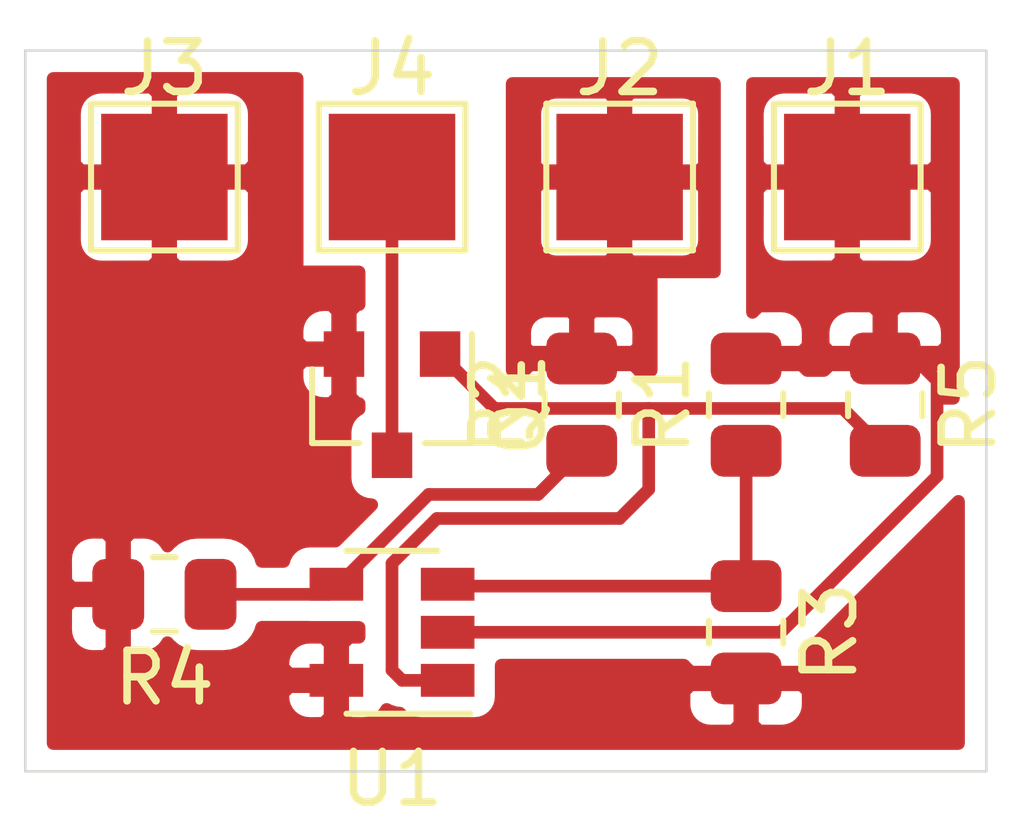
<source format=kicad_pcb>
(kicad_pcb (version 20171130) (host pcbnew 5.1.7)

  (general
    (thickness 1.6)
    (drawings 4)
    (tracks 24)
    (zones 0)
    (modules 11)
    (nets 8)
  )

  (page A)
  (layers
    (0 F.Cu signal)
    (31 B.Cu signal)
    (32 B.Adhes user)
    (33 F.Adhes user)
    (34 B.Paste user)
    (35 F.Paste user)
    (36 B.SilkS user)
    (37 F.SilkS user)
    (38 B.Mask user)
    (39 F.Mask user)
    (40 Dwgs.User user)
    (41 Cmts.User user)
    (42 Eco1.User user)
    (43 Eco2.User user)
    (44 Edge.Cuts user)
    (45 Margin user)
    (46 B.CrtYd user)
    (47 F.CrtYd user)
    (48 B.Fab user)
    (49 F.Fab user)
  )

  (setup
    (last_trace_width 0.25)
    (user_trace_width 0.3)
    (trace_clearance 0.2)
    (zone_clearance 0.4)
    (zone_45_only no)
    (trace_min 0.2)
    (via_size 0.8)
    (via_drill 0.4)
    (via_min_size 0.4)
    (via_min_drill 0.3)
    (uvia_size 0.3)
    (uvia_drill 0.1)
    (uvias_allowed no)
    (uvia_min_size 0.2)
    (uvia_min_drill 0.1)
    (edge_width 0.05)
    (segment_width 0.2)
    (pcb_text_width 0.3)
    (pcb_text_size 1.5 1.5)
    (mod_edge_width 0.12)
    (mod_text_size 1 1)
    (mod_text_width 0.15)
    (pad_size 1.524 1.524)
    (pad_drill 0.762)
    (pad_to_mask_clearance 0)
    (aux_axis_origin 117.5 63.25)
    (visible_elements FFFFFF7F)
    (pcbplotparams
      (layerselection 0x01000_7fffffff)
      (usegerberextensions false)
      (usegerberattributes true)
      (usegerberadvancedattributes true)
      (creategerberjobfile true)
      (excludeedgelayer true)
      (linewidth 0.100000)
      (plotframeref false)
      (viasonmask false)
      (mode 1)
      (useauxorigin true)
      (hpglpennumber 1)
      (hpglpenspeed 20)
      (hpglpendiameter 15.000000)
      (psnegative false)
      (psa4output false)
      (plotreference true)
      (plotvalue true)
      (plotinvisibletext false)
      (padsonsilk false)
      (subtractmaskfromsilk false)
      (outputformat 1)
      (mirror false)
      (drillshape 0)
      (scaleselection 1)
      (outputdirectory "gerber/"))
  )

  (net 0 "")
  (net 1 VCC)
  (net 2 +5V)
  (net 3 GND)
  (net 4 "Net-(J4-Pad1)")
  (net 5 "Net-(Q1-Pad1)")
  (net 6 "Net-(R1-Pad1)")
  (net 7 "Net-(R2-Pad1)")

  (net_class Default "This is the default net class."
    (clearance 0.2)
    (trace_width 0.25)
    (via_dia 0.8)
    (via_drill 0.4)
    (uvia_dia 0.3)
    (uvia_drill 0.1)
    (add_net +5V)
    (add_net GND)
    (add_net "Net-(J4-Pad1)")
    (add_net "Net-(Q1-Pad1)")
    (add_net "Net-(R1-Pad1)")
    (add_net "Net-(R2-Pad1)")
    (add_net VCC)
  )

  (module TestPoint:TestPoint_Pad_2.5x2.5mm (layer F.Cu) (tedit 5A0F774F) (tstamp 5F91782C)
    (at 133.75 65.75)
    (descr "SMD rectangular pad as test Point, square 2.5mm side length")
    (tags "test point SMD pad rectangle square")
    (path /5F971907)
    (attr virtual)
    (fp_text reference J1 (at 0 -2.148) (layer F.SilkS)
      (effects (font (size 1 1) (thickness 0.15)))
    )
    (fp_text value PAD (at 0 2.25) (layer F.Fab)
      (effects (font (size 1 1) (thickness 0.15)))
    )
    (fp_line (start 1.75 1.75) (end -1.75 1.75) (layer F.CrtYd) (width 0.05))
    (fp_line (start 1.75 1.75) (end 1.75 -1.75) (layer F.CrtYd) (width 0.05))
    (fp_line (start -1.75 -1.75) (end -1.75 1.75) (layer F.CrtYd) (width 0.05))
    (fp_line (start -1.75 -1.75) (end 1.75 -1.75) (layer F.CrtYd) (width 0.05))
    (fp_line (start -1.45 1.45) (end -1.45 -1.45) (layer F.SilkS) (width 0.12))
    (fp_line (start 1.45 1.45) (end -1.45 1.45) (layer F.SilkS) (width 0.12))
    (fp_line (start 1.45 -1.45) (end 1.45 1.45) (layer F.SilkS) (width 0.12))
    (fp_line (start -1.45 -1.45) (end 1.45 -1.45) (layer F.SilkS) (width 0.12))
    (fp_text user %R (at 0 -2.15) (layer F.Fab)
      (effects (font (size 1 1) (thickness 0.15)))
    )
    (pad 1 smd rect (at 0 0) (size 2.5 2.5) (layers F.Cu F.Mask)
      (net 1 VCC))
  )

  (module TestPoint:TestPoint_Pad_2.5x2.5mm (layer F.Cu) (tedit 5A0F774F) (tstamp 5F91783A)
    (at 129.25 65.75)
    (descr "SMD rectangular pad as test Point, square 2.5mm side length")
    (tags "test point SMD pad rectangle square")
    (path /5F97609F)
    (attr virtual)
    (fp_text reference J2 (at 0 -2.148) (layer F.SilkS)
      (effects (font (size 1 1) (thickness 0.15)))
    )
    (fp_text value PAD (at 0 2.25) (layer F.Fab)
      (effects (font (size 1 1) (thickness 0.15)))
    )
    (fp_line (start -1.45 -1.45) (end 1.45 -1.45) (layer F.SilkS) (width 0.12))
    (fp_line (start 1.45 -1.45) (end 1.45 1.45) (layer F.SilkS) (width 0.12))
    (fp_line (start 1.45 1.45) (end -1.45 1.45) (layer F.SilkS) (width 0.12))
    (fp_line (start -1.45 1.45) (end -1.45 -1.45) (layer F.SilkS) (width 0.12))
    (fp_line (start -1.75 -1.75) (end 1.75 -1.75) (layer F.CrtYd) (width 0.05))
    (fp_line (start -1.75 -1.75) (end -1.75 1.75) (layer F.CrtYd) (width 0.05))
    (fp_line (start 1.75 1.75) (end 1.75 -1.75) (layer F.CrtYd) (width 0.05))
    (fp_line (start 1.75 1.75) (end -1.75 1.75) (layer F.CrtYd) (width 0.05))
    (fp_text user %R (at 0 -2.15) (layer F.Fab)
      (effects (font (size 1 1) (thickness 0.15)))
    )
    (pad 1 smd rect (at 0 0) (size 2.5 2.5) (layers F.Cu F.Mask)
      (net 2 +5V))
  )

  (module TestPoint:TestPoint_Pad_2.5x2.5mm (layer F.Cu) (tedit 5A0F774F) (tstamp 5F917848)
    (at 120.25 65.75)
    (descr "SMD rectangular pad as test Point, square 2.5mm side length")
    (tags "test point SMD pad rectangle square")
    (path /5F9779F3)
    (attr virtual)
    (fp_text reference J3 (at 0 -2.148) (layer F.SilkS)
      (effects (font (size 1 1) (thickness 0.15)))
    )
    (fp_text value PAD (at 0 2.25) (layer F.Fab)
      (effects (font (size 1 1) (thickness 0.15)))
    )
    (fp_line (start 1.75 1.75) (end -1.75 1.75) (layer F.CrtYd) (width 0.05))
    (fp_line (start 1.75 1.75) (end 1.75 -1.75) (layer F.CrtYd) (width 0.05))
    (fp_line (start -1.75 -1.75) (end -1.75 1.75) (layer F.CrtYd) (width 0.05))
    (fp_line (start -1.75 -1.75) (end 1.75 -1.75) (layer F.CrtYd) (width 0.05))
    (fp_line (start -1.45 1.45) (end -1.45 -1.45) (layer F.SilkS) (width 0.12))
    (fp_line (start 1.45 1.45) (end -1.45 1.45) (layer F.SilkS) (width 0.12))
    (fp_line (start 1.45 -1.45) (end 1.45 1.45) (layer F.SilkS) (width 0.12))
    (fp_line (start -1.45 -1.45) (end 1.45 -1.45) (layer F.SilkS) (width 0.12))
    (fp_text user %R (at 0 -2.15) (layer F.Fab)
      (effects (font (size 1 1) (thickness 0.15)))
    )
    (pad 1 smd rect (at 0 0) (size 2.5 2.5) (layers F.Cu F.Mask)
      (net 3 GND))
  )

  (module TestPoint:TestPoint_Pad_2.5x2.5mm (layer F.Cu) (tedit 5A0F774F) (tstamp 5F917856)
    (at 124.75 65.75)
    (descr "SMD rectangular pad as test Point, square 2.5mm side length")
    (tags "test point SMD pad rectangle square")
    (path /5F96F32D)
    (attr virtual)
    (fp_text reference J4 (at 0 -2.148) (layer F.SilkS)
      (effects (font (size 1 1) (thickness 0.15)))
    )
    (fp_text value PAD (at 0 2.25) (layer F.Fab)
      (effects (font (size 1 1) (thickness 0.15)))
    )
    (fp_line (start -1.45 -1.45) (end 1.45 -1.45) (layer F.SilkS) (width 0.12))
    (fp_line (start 1.45 -1.45) (end 1.45 1.45) (layer F.SilkS) (width 0.12))
    (fp_line (start 1.45 1.45) (end -1.45 1.45) (layer F.SilkS) (width 0.12))
    (fp_line (start -1.45 1.45) (end -1.45 -1.45) (layer F.SilkS) (width 0.12))
    (fp_line (start -1.75 -1.75) (end 1.75 -1.75) (layer F.CrtYd) (width 0.05))
    (fp_line (start -1.75 -1.75) (end -1.75 1.75) (layer F.CrtYd) (width 0.05))
    (fp_line (start 1.75 1.75) (end 1.75 -1.75) (layer F.CrtYd) (width 0.05))
    (fp_line (start 1.75 1.75) (end -1.75 1.75) (layer F.CrtYd) (width 0.05))
    (fp_text user %R (at 0 -2.15) (layer F.Fab)
      (effects (font (size 1 1) (thickness 0.15)))
    )
    (pad 1 smd rect (at 0 0) (size 2.5 2.5) (layers F.Cu F.Mask)
      (net 4 "Net-(J4-Pad1)"))
  )

  (module Package_TO_SOT_SMD:SOT-23 (layer F.Cu) (tedit 5A02FF57) (tstamp 5F91786B)
    (at 124.75 70.25 270)
    (descr "SOT-23, Standard")
    (tags SOT-23)
    (path /5F939DFB)
    (attr smd)
    (fp_text reference Q1 (at 0 -2.5 90) (layer F.SilkS)
      (effects (font (size 1 1) (thickness 0.15)))
    )
    (fp_text value BSS806N (at 0 2.5 90) (layer F.Fab)
      (effects (font (size 1 1) (thickness 0.15)))
    )
    (fp_line (start -0.7 -0.95) (end -0.7 1.5) (layer F.Fab) (width 0.1))
    (fp_line (start -0.15 -1.52) (end 0.7 -1.52) (layer F.Fab) (width 0.1))
    (fp_line (start -0.7 -0.95) (end -0.15 -1.52) (layer F.Fab) (width 0.1))
    (fp_line (start 0.7 -1.52) (end 0.7 1.52) (layer F.Fab) (width 0.1))
    (fp_line (start -0.7 1.52) (end 0.7 1.52) (layer F.Fab) (width 0.1))
    (fp_line (start 0.76 1.58) (end 0.76 0.65) (layer F.SilkS) (width 0.12))
    (fp_line (start 0.76 -1.58) (end 0.76 -0.65) (layer F.SilkS) (width 0.12))
    (fp_line (start -1.7 -1.75) (end 1.7 -1.75) (layer F.CrtYd) (width 0.05))
    (fp_line (start 1.7 -1.75) (end 1.7 1.75) (layer F.CrtYd) (width 0.05))
    (fp_line (start 1.7 1.75) (end -1.7 1.75) (layer F.CrtYd) (width 0.05))
    (fp_line (start -1.7 1.75) (end -1.7 -1.75) (layer F.CrtYd) (width 0.05))
    (fp_line (start 0.76 -1.58) (end -1.4 -1.58) (layer F.SilkS) (width 0.12))
    (fp_line (start 0.76 1.58) (end -0.7 1.58) (layer F.SilkS) (width 0.12))
    (fp_text user %R (at 0 0) (layer F.Fab)
      (effects (font (size 0.5 0.5) (thickness 0.075)))
    )
    (pad 1 smd rect (at -1 -0.95 270) (size 0.9 0.8) (layers F.Cu F.Paste F.Mask)
      (net 5 "Net-(Q1-Pad1)"))
    (pad 2 smd rect (at -1 0.95 270) (size 0.9 0.8) (layers F.Cu F.Paste F.Mask)
      (net 3 GND))
    (pad 3 smd rect (at 1 0 270) (size 0.9 0.8) (layers F.Cu F.Paste F.Mask)
      (net 4 "Net-(J4-Pad1)"))
    (model ${KISYS3DMOD}/Package_TO_SOT_SMD.3dshapes/SOT-23.wrl
      (at (xyz 0 0 0))
      (scale (xyz 1 1 1))
      (rotate (xyz 0 0 0))
    )
  )

  (module Resistor_SMD:R_0805_2012Metric (layer F.Cu) (tedit 5F68FEEE) (tstamp 5F91787C)
    (at 131.75 70.25 90)
    (descr "Resistor SMD 0805 (2012 Metric), square (rectangular) end terminal, IPC_7351 nominal, (Body size source: IPC-SM-782 page 72, https://www.pcb-3d.com/wordpress/wp-content/uploads/ipc-sm-782a_amendment_1_and_2.pdf), generated with kicad-footprint-generator")
    (tags resistor)
    (path /5F93E218)
    (attr smd)
    (fp_text reference R1 (at 0 -1.65 90) (layer F.SilkS)
      (effects (font (size 1 1) (thickness 0.15)))
    )
    (fp_text value 100k (at 0 1.65 90) (layer F.Fab)
      (effects (font (size 1 1) (thickness 0.15)))
    )
    (fp_line (start 1.68 0.95) (end -1.68 0.95) (layer F.CrtYd) (width 0.05))
    (fp_line (start 1.68 -0.95) (end 1.68 0.95) (layer F.CrtYd) (width 0.05))
    (fp_line (start -1.68 -0.95) (end 1.68 -0.95) (layer F.CrtYd) (width 0.05))
    (fp_line (start -1.68 0.95) (end -1.68 -0.95) (layer F.CrtYd) (width 0.05))
    (fp_line (start -0.227064 0.735) (end 0.227064 0.735) (layer F.SilkS) (width 0.12))
    (fp_line (start -0.227064 -0.735) (end 0.227064 -0.735) (layer F.SilkS) (width 0.12))
    (fp_line (start 1 0.625) (end -1 0.625) (layer F.Fab) (width 0.1))
    (fp_line (start 1 -0.625) (end 1 0.625) (layer F.Fab) (width 0.1))
    (fp_line (start -1 -0.625) (end 1 -0.625) (layer F.Fab) (width 0.1))
    (fp_line (start -1 0.625) (end -1 -0.625) (layer F.Fab) (width 0.1))
    (fp_text user %R (at 0 0 90) (layer F.Fab)
      (effects (font (size 0.5 0.5) (thickness 0.08)))
    )
    (pad 2 smd roundrect (at 0.9125 0 90) (size 1.025 1.4) (layers F.Cu F.Paste F.Mask) (roundrect_rratio 0.2439004878048781)
      (net 1 VCC))
    (pad 1 smd roundrect (at -0.9125 0 90) (size 1.025 1.4) (layers F.Cu F.Paste F.Mask) (roundrect_rratio 0.2439004878048781)
      (net 6 "Net-(R1-Pad1)"))
    (model ${KISYS3DMOD}/Resistor_SMD.3dshapes/R_0805_2012Metric.wrl
      (at (xyz 0 0 0))
      (scale (xyz 1 1 1))
      (rotate (xyz 0 0 0))
    )
  )

  (module Resistor_SMD:R_0805_2012Metric (layer F.Cu) (tedit 5F68FEEE) (tstamp 5F917F5B)
    (at 128.5 70.25 90)
    (descr "Resistor SMD 0805 (2012 Metric), square (rectangular) end terminal, IPC_7351 nominal, (Body size source: IPC-SM-782 page 72, https://www.pcb-3d.com/wordpress/wp-content/uploads/ipc-sm-782a_amendment_1_and_2.pdf), generated with kicad-footprint-generator")
    (tags resistor)
    (path /5F93EE18)
    (attr smd)
    (fp_text reference R2 (at 0 -1.65 90) (layer F.SilkS)
      (effects (font (size 1 1) (thickness 0.15)))
    )
    (fp_text value 100k (at 0 1.65 90) (layer F.Fab)
      (effects (font (size 1 1) (thickness 0.15)))
    )
    (fp_line (start 1.68 0.95) (end -1.68 0.95) (layer F.CrtYd) (width 0.05))
    (fp_line (start 1.68 -0.95) (end 1.68 0.95) (layer F.CrtYd) (width 0.05))
    (fp_line (start -1.68 -0.95) (end 1.68 -0.95) (layer F.CrtYd) (width 0.05))
    (fp_line (start -1.68 0.95) (end -1.68 -0.95) (layer F.CrtYd) (width 0.05))
    (fp_line (start -0.227064 0.735) (end 0.227064 0.735) (layer F.SilkS) (width 0.12))
    (fp_line (start -0.227064 -0.735) (end 0.227064 -0.735) (layer F.SilkS) (width 0.12))
    (fp_line (start 1 0.625) (end -1 0.625) (layer F.Fab) (width 0.1))
    (fp_line (start 1 -0.625) (end 1 0.625) (layer F.Fab) (width 0.1))
    (fp_line (start -1 -0.625) (end 1 -0.625) (layer F.Fab) (width 0.1))
    (fp_line (start -1 0.625) (end -1 -0.625) (layer F.Fab) (width 0.1))
    (fp_text user %R (at 0 0 90) (layer F.Fab)
      (effects (font (size 0.5 0.5) (thickness 0.08)))
    )
    (pad 2 smd roundrect (at 0.9125 0 90) (size 1.025 1.4) (layers F.Cu F.Paste F.Mask) (roundrect_rratio 0.2439004878048781)
      (net 2 +5V))
    (pad 1 smd roundrect (at -0.9125 0 90) (size 1.025 1.4) (layers F.Cu F.Paste F.Mask) (roundrect_rratio 0.2439004878048781)
      (net 7 "Net-(R2-Pad1)"))
    (model ${KISYS3DMOD}/Resistor_SMD.3dshapes/R_0805_2012Metric.wrl
      (at (xyz 0 0 0))
      (scale (xyz 1 1 1))
      (rotate (xyz 0 0 0))
    )
  )

  (module Resistor_SMD:R_0805_2012Metric (layer F.Cu) (tedit 5F68FEEE) (tstamp 5F91789E)
    (at 131.75 74.75 270)
    (descr "Resistor SMD 0805 (2012 Metric), square (rectangular) end terminal, IPC_7351 nominal, (Body size source: IPC-SM-782 page 72, https://www.pcb-3d.com/wordpress/wp-content/uploads/ipc-sm-782a_amendment_1_and_2.pdf), generated with kicad-footprint-generator")
    (tags resistor)
    (path /5F93EA12)
    (attr smd)
    (fp_text reference R3 (at 0 -1.65 90) (layer F.SilkS)
      (effects (font (size 1 1) (thickness 0.15)))
    )
    (fp_text value 100k (at 0 1.65 90) (layer F.Fab)
      (effects (font (size 1 1) (thickness 0.15)))
    )
    (fp_line (start -1 0.625) (end -1 -0.625) (layer F.Fab) (width 0.1))
    (fp_line (start -1 -0.625) (end 1 -0.625) (layer F.Fab) (width 0.1))
    (fp_line (start 1 -0.625) (end 1 0.625) (layer F.Fab) (width 0.1))
    (fp_line (start 1 0.625) (end -1 0.625) (layer F.Fab) (width 0.1))
    (fp_line (start -0.227064 -0.735) (end 0.227064 -0.735) (layer F.SilkS) (width 0.12))
    (fp_line (start -0.227064 0.735) (end 0.227064 0.735) (layer F.SilkS) (width 0.12))
    (fp_line (start -1.68 0.95) (end -1.68 -0.95) (layer F.CrtYd) (width 0.05))
    (fp_line (start -1.68 -0.95) (end 1.68 -0.95) (layer F.CrtYd) (width 0.05))
    (fp_line (start 1.68 -0.95) (end 1.68 0.95) (layer F.CrtYd) (width 0.05))
    (fp_line (start 1.68 0.95) (end -1.68 0.95) (layer F.CrtYd) (width 0.05))
    (fp_text user %R (at 0 0 90) (layer F.Fab)
      (effects (font (size 0.5 0.5) (thickness 0.08)))
    )
    (pad 1 smd roundrect (at -0.9125 0 270) (size 1.025 1.4) (layers F.Cu F.Paste F.Mask) (roundrect_rratio 0.2439004878048781)
      (net 6 "Net-(R1-Pad1)"))
    (pad 2 smd roundrect (at 0.9125 0 270) (size 1.025 1.4) (layers F.Cu F.Paste F.Mask) (roundrect_rratio 0.2439004878048781)
      (net 3 GND))
    (model ${KISYS3DMOD}/Resistor_SMD.3dshapes/R_0805_2012Metric.wrl
      (at (xyz 0 0 0))
      (scale (xyz 1 1 1))
      (rotate (xyz 0 0 0))
    )
  )

  (module Resistor_SMD:R_0805_2012Metric (layer F.Cu) (tedit 5F68FEEE) (tstamp 5F9178AF)
    (at 120.25 74 180)
    (descr "Resistor SMD 0805 (2012 Metric), square (rectangular) end terminal, IPC_7351 nominal, (Body size source: IPC-SM-782 page 72, https://www.pcb-3d.com/wordpress/wp-content/uploads/ipc-sm-782a_amendment_1_and_2.pdf), generated with kicad-footprint-generator")
    (tags resistor)
    (path /5F93F0BE)
    (attr smd)
    (fp_text reference R4 (at 0 -1.65) (layer F.SilkS)
      (effects (font (size 1 1) (thickness 0.15)))
    )
    (fp_text value 100k (at 0 1.65) (layer F.Fab)
      (effects (font (size 1 1) (thickness 0.15)))
    )
    (fp_line (start -1 0.625) (end -1 -0.625) (layer F.Fab) (width 0.1))
    (fp_line (start -1 -0.625) (end 1 -0.625) (layer F.Fab) (width 0.1))
    (fp_line (start 1 -0.625) (end 1 0.625) (layer F.Fab) (width 0.1))
    (fp_line (start 1 0.625) (end -1 0.625) (layer F.Fab) (width 0.1))
    (fp_line (start -0.227064 -0.735) (end 0.227064 -0.735) (layer F.SilkS) (width 0.12))
    (fp_line (start -0.227064 0.735) (end 0.227064 0.735) (layer F.SilkS) (width 0.12))
    (fp_line (start -1.68 0.95) (end -1.68 -0.95) (layer F.CrtYd) (width 0.05))
    (fp_line (start -1.68 -0.95) (end 1.68 -0.95) (layer F.CrtYd) (width 0.05))
    (fp_line (start 1.68 -0.95) (end 1.68 0.95) (layer F.CrtYd) (width 0.05))
    (fp_line (start 1.68 0.95) (end -1.68 0.95) (layer F.CrtYd) (width 0.05))
    (fp_text user %R (at 0 0) (layer F.Fab)
      (effects (font (size 0.5 0.5) (thickness 0.08)))
    )
    (pad 1 smd roundrect (at -0.9125 0 180) (size 1.025 1.4) (layers F.Cu F.Paste F.Mask) (roundrect_rratio 0.2439004878048781)
      (net 7 "Net-(R2-Pad1)"))
    (pad 2 smd roundrect (at 0.9125 0 180) (size 1.025 1.4) (layers F.Cu F.Paste F.Mask) (roundrect_rratio 0.2439004878048781)
      (net 3 GND))
    (model ${KISYS3DMOD}/Resistor_SMD.3dshapes/R_0805_2012Metric.wrl
      (at (xyz 0 0 0))
      (scale (xyz 1 1 1))
      (rotate (xyz 0 0 0))
    )
  )

  (module Resistor_SMD:R_0805_2012Metric (layer F.Cu) (tedit 5F68FEEE) (tstamp 5F918B89)
    (at 134.5 70.25 270)
    (descr "Resistor SMD 0805 (2012 Metric), square (rectangular) end terminal, IPC_7351 nominal, (Body size source: IPC-SM-782 page 72, https://www.pcb-3d.com/wordpress/wp-content/uploads/ipc-sm-782a_amendment_1_and_2.pdf), generated with kicad-footprint-generator")
    (tags resistor)
    (path /5F93B465)
    (attr smd)
    (fp_text reference R5 (at 0 -1.65 90) (layer F.SilkS)
      (effects (font (size 1 1) (thickness 0.15)))
    )
    (fp_text value 100k (at 0 1.65 90) (layer F.Fab)
      (effects (font (size 1 1) (thickness 0.15)))
    )
    (fp_line (start -1 0.625) (end -1 -0.625) (layer F.Fab) (width 0.1))
    (fp_line (start -1 -0.625) (end 1 -0.625) (layer F.Fab) (width 0.1))
    (fp_line (start 1 -0.625) (end 1 0.625) (layer F.Fab) (width 0.1))
    (fp_line (start 1 0.625) (end -1 0.625) (layer F.Fab) (width 0.1))
    (fp_line (start -0.227064 -0.735) (end 0.227064 -0.735) (layer F.SilkS) (width 0.12))
    (fp_line (start -0.227064 0.735) (end 0.227064 0.735) (layer F.SilkS) (width 0.12))
    (fp_line (start -1.68 0.95) (end -1.68 -0.95) (layer F.CrtYd) (width 0.05))
    (fp_line (start -1.68 -0.95) (end 1.68 -0.95) (layer F.CrtYd) (width 0.05))
    (fp_line (start 1.68 -0.95) (end 1.68 0.95) (layer F.CrtYd) (width 0.05))
    (fp_line (start 1.68 0.95) (end -1.68 0.95) (layer F.CrtYd) (width 0.05))
    (fp_text user %R (at 0 0 90) (layer F.Fab)
      (effects (font (size 0.5 0.5) (thickness 0.08)))
    )
    (pad 1 smd roundrect (at -0.9125 0 270) (size 1.025 1.4) (layers F.Cu F.Paste F.Mask) (roundrect_rratio 0.2439004878048781)
      (net 1 VCC))
    (pad 2 smd roundrect (at 0.9125 0 270) (size 1.025 1.4) (layers F.Cu F.Paste F.Mask) (roundrect_rratio 0.2439004878048781)
      (net 5 "Net-(Q1-Pad1)"))
    (model ${KISYS3DMOD}/Resistor_SMD.3dshapes/R_0805_2012Metric.wrl
      (at (xyz 0 0 0))
      (scale (xyz 1 1 1))
      (rotate (xyz 0 0 0))
    )
  )

  (module Package_TO_SOT_SMD:SOT-23-5 (layer F.Cu) (tedit 5A02FF57) (tstamp 5F918443)
    (at 124.75 74.75 180)
    (descr "5-pin SOT23 package")
    (tags SOT-23-5)
    (path /5F9376B7)
    (attr smd)
    (fp_text reference U1 (at 0 -2.9) (layer F.SilkS)
      (effects (font (size 1 1) (thickness 0.15)))
    )
    (fp_text value MIC7221 (at 0 2.9) (layer F.Fab)
      (effects (font (size 1 1) (thickness 0.15)))
    )
    (fp_line (start -0.9 1.61) (end 0.9 1.61) (layer F.SilkS) (width 0.12))
    (fp_line (start 0.9 -1.61) (end -1.55 -1.61) (layer F.SilkS) (width 0.12))
    (fp_line (start -1.9 -1.8) (end 1.9 -1.8) (layer F.CrtYd) (width 0.05))
    (fp_line (start 1.9 -1.8) (end 1.9 1.8) (layer F.CrtYd) (width 0.05))
    (fp_line (start 1.9 1.8) (end -1.9 1.8) (layer F.CrtYd) (width 0.05))
    (fp_line (start -1.9 1.8) (end -1.9 -1.8) (layer F.CrtYd) (width 0.05))
    (fp_line (start -0.9 -0.9) (end -0.25 -1.55) (layer F.Fab) (width 0.1))
    (fp_line (start 0.9 -1.55) (end -0.25 -1.55) (layer F.Fab) (width 0.1))
    (fp_line (start -0.9 -0.9) (end -0.9 1.55) (layer F.Fab) (width 0.1))
    (fp_line (start 0.9 1.55) (end -0.9 1.55) (layer F.Fab) (width 0.1))
    (fp_line (start 0.9 -1.55) (end 0.9 1.55) (layer F.Fab) (width 0.1))
    (fp_text user %R (at 0 0 90) (layer F.Fab)
      (effects (font (size 0.5 0.5) (thickness 0.075)))
    )
    (pad 1 smd rect (at -1.1 -0.95 180) (size 1.06 0.65) (layers F.Cu F.Paste F.Mask)
      (net 5 "Net-(Q1-Pad1)"))
    (pad 2 smd rect (at -1.1 0 180) (size 1.06 0.65) (layers F.Cu F.Paste F.Mask)
      (net 1 VCC))
    (pad 3 smd rect (at -1.1 0.95 180) (size 1.06 0.65) (layers F.Cu F.Paste F.Mask)
      (net 6 "Net-(R1-Pad1)"))
    (pad 4 smd rect (at 1.1 0.95 180) (size 1.06 0.65) (layers F.Cu F.Paste F.Mask)
      (net 7 "Net-(R2-Pad1)"))
    (pad 5 smd rect (at 1.1 -0.95 180) (size 1.06 0.65) (layers F.Cu F.Paste F.Mask)
      (net 3 GND))
    (model ${KISYS3DMOD}/Package_TO_SOT_SMD.3dshapes/SOT-23-5.wrl
      (at (xyz 0 0 0))
      (scale (xyz 1 1 1))
      (rotate (xyz 0 0 0))
    )
  )

  (gr_line (start 117.5 77.5) (end 117.5 63.25) (layer Edge.Cuts) (width 0.05) (tstamp 5F918BF6))
  (gr_line (start 136.5 77.5) (end 117.5 77.5) (layer Edge.Cuts) (width 0.05))
  (gr_line (start 136.5 63.25) (end 136.5 77.5) (layer Edge.Cuts) (width 0.05))
  (gr_line (start 117.5 63.25) (end 136.5 63.25) (layer Edge.Cuts) (width 0.05))

  (segment (start 135.52501 71.66318) (end 135.52501 69.77501) (width 0.25) (layer F.Cu) (net 1))
  (segment (start 132.43819 74.75) (end 135.52501 71.66318) (width 0.25) (layer F.Cu) (net 1))
  (segment (start 125.85 74.75) (end 132.43819 74.75) (width 0.25) (layer F.Cu) (net 1))
  (segment (start 135.52501 69.77501) (end 135 69.25) (width 0.25) (layer F.Cu) (net 1))
  (segment (start 135 69.25) (end 134.5 69.25) (width 0.25) (layer F.Cu) (net 1))
  (segment (start 124.75 71.25) (end 124.75 66) (width 0.25) (layer F.Cu) (net 4))
  (segment (start 125.7 69.25) (end 126.77499 70.32499) (width 0.25) (layer F.Cu) (net 5))
  (segment (start 125.85 75.7) (end 124.95 75.7) (width 0.25) (layer F.Cu) (net 5))
  (segment (start 124.95 75.7) (end 124.75 75.5) (width 0.25) (layer F.Cu) (net 5))
  (segment (start 124.75 75.5) (end 124.75 73.38641) (width 0.25) (layer F.Cu) (net 5))
  (segment (start 124.75 73.38641) (end 125.63641 72.5) (width 0.25) (layer F.Cu) (net 5))
  (segment (start 125.63641 72.5) (end 129.25 72.5) (width 0.25) (layer F.Cu) (net 5))
  (segment (start 129.25 72.5) (end 129.82499 71.92501) (width 0.25) (layer F.Cu) (net 5))
  (segment (start 129.82499 71.92501) (end 129.82499 70.32499) (width 0.25) (layer F.Cu) (net 5))
  (segment (start 126.77499 70.32499) (end 129.82499 70.32499) (width 0.25) (layer F.Cu) (net 5))
  (segment (start 133.66249 70.32499) (end 129.82499 70.32499) (width 0.25) (layer F.Cu) (net 5))
  (segment (start 134.5 71.1625) (end 133.66249 70.32499) (width 0.25) (layer F.Cu) (net 5))
  (segment (start 131.75 73.8375) (end 126.0875 73.8375) (width 0.25) (layer F.Cu) (net 6))
  (segment (start 131.75 73.8375) (end 131.75 71) (width 0.25) (layer F.Cu) (net 6))
  (segment (start 121.1625 74) (end 123.5 74) (width 0.25) (layer F.Cu) (net 7))
  (segment (start 123.5 74) (end 123.75 73.75) (width 0.25) (layer F.Cu) (net 7))
  (segment (start 127.637499 72.025001) (end 125.474999 72.025001) (width 0.25) (layer F.Cu) (net 7))
  (segment (start 128.5 71.1625) (end 127.637499 72.025001) (width 0.25) (layer F.Cu) (net 7))
  (segment (start 125.474999 72.025001) (end 123.75 73.75) (width 0.25) (layer F.Cu) (net 7))

  (zone (net 3) (net_name GND) (layer F.Cu) (tstamp 5F921889) (hatch edge 0.508)
    (connect_pads (clearance 0.4))
    (min_thickness 0.254)
    (fill yes (arc_segments 32) (thermal_gap 0.4) (thermal_bridge_width 0.5))
    (polygon
      (pts
        (xy 137 78) (xy 117 78) (xy 117 62.5) (xy 137 62.5)
      )
    )
    (filled_polygon
      (pts
        (xy 122.873 67.5) (xy 122.87544 67.524776) (xy 122.882667 67.548601) (xy 122.894403 67.570557) (xy 122.910197 67.589803)
        (xy 122.929443 67.605597) (xy 122.951399 67.617333) (xy 122.975224 67.62456) (xy 123 67.627) (xy 124.098001 67.627)
        (xy 124.098001 68.272241) (xy 124.05475 68.273) (xy 123.923 68.40475) (xy 123.923 69.127) (xy 123.943 69.127)
        (xy 123.943 69.373) (xy 123.923 69.373) (xy 123.923 70.09525) (xy 124.05475 70.227) (xy 124.098 70.227759)
        (xy 124.098 70.337139) (xy 124.055798 70.359696) (xy 123.975552 70.425552) (xy 123.909696 70.505798) (xy 123.860761 70.59735)
        (xy 123.830626 70.69669) (xy 123.820451 70.8) (xy 123.820451 71.7) (xy 123.830626 71.80331) (xy 123.860761 71.90265)
        (xy 123.909696 71.994202) (xy 123.975552 72.074448) (xy 124.055798 72.140304) (xy 124.14735 72.189239) (xy 124.24669 72.219374)
        (xy 124.348529 72.229404) (xy 123.632483 72.945451) (xy 123.12 72.945451) (xy 123.01669 72.955626) (xy 122.91735 72.985761)
        (xy 122.825798 73.034696) (xy 122.745552 73.100552) (xy 122.679696 73.180798) (xy 122.630761 73.27235) (xy 122.607812 73.348)
        (xy 122.174428 73.348) (xy 122.14521 73.251678) (xy 122.073172 73.116905) (xy 121.976225 72.998775) (xy 121.858095 72.901828)
        (xy 121.723322 72.82979) (xy 121.577084 72.78543) (xy 121.425002 72.770451) (xy 120.899998 72.770451) (xy 120.747916 72.78543)
        (xy 120.601678 72.82979) (xy 120.466905 72.901828) (xy 120.348775 72.998775) (xy 120.311093 73.04469) (xy 120.290305 73.005798)
        (xy 120.224448 72.925552) (xy 120.144202 72.859695) (xy 120.05265 72.81076) (xy 119.95331 72.780625) (xy 119.85 72.77045)
        (xy 119.59225 72.773) (xy 119.4605 72.90475) (xy 119.4605 73.877) (xy 119.4805 73.877) (xy 119.4805 74.123)
        (xy 119.4605 74.123) (xy 119.4605 75.09525) (xy 119.59225 75.227) (xy 119.85 75.22955) (xy 119.95331 75.219375)
        (xy 120.05265 75.18924) (xy 120.144202 75.140305) (xy 120.224448 75.074448) (xy 120.290305 74.994202) (xy 120.311093 74.95531)
        (xy 120.348775 75.001225) (xy 120.466905 75.098172) (xy 120.601678 75.17021) (xy 120.747916 75.21457) (xy 120.899998 75.229549)
        (xy 121.425002 75.229549) (xy 121.577084 75.21457) (xy 121.723322 75.17021) (xy 121.858095 75.098172) (xy 121.976225 75.001225)
        (xy 122.073172 74.883095) (xy 122.14521 74.748322) (xy 122.174428 74.652) (xy 123.094119 74.652) (xy 123.12 74.654549)
        (xy 123.493858 74.654549) (xy 123.5 74.655154) (xy 123.506142 74.654549) (xy 124.098 74.654549) (xy 124.098 74.84621)
        (xy 123.90475 74.848) (xy 123.773 74.97975) (xy 123.773 75.577) (xy 123.793 75.577) (xy 123.793 75.823)
        (xy 123.773 75.823) (xy 123.773 76.42025) (xy 123.90475 76.552) (xy 124.18 76.55455) (xy 124.28331 76.544375)
        (xy 124.38265 76.51424) (xy 124.474202 76.465305) (xy 124.554448 76.399448) (xy 124.620305 76.319202) (xy 124.643641 76.275542)
        (xy 124.699283 76.305283) (xy 124.781218 76.330138) (xy 124.822185 76.342565) (xy 124.905613 76.350782) (xy 124.945552 76.399448)
        (xy 125.025798 76.465304) (xy 125.11735 76.514239) (xy 125.21669 76.544374) (xy 125.32 76.554549) (xy 126.38 76.554549)
        (xy 126.48331 76.544374) (xy 126.58265 76.514239) (xy 126.674202 76.465304) (xy 126.754448 76.399448) (xy 126.820304 76.319202)
        (xy 126.869239 76.22765) (xy 126.88521 76.175) (xy 130.52045 76.175) (xy 130.530625 76.27831) (xy 130.56076 76.37765)
        (xy 130.609695 76.469202) (xy 130.675552 76.549448) (xy 130.755798 76.615305) (xy 130.84735 76.66424) (xy 130.94669 76.694375)
        (xy 131.05 76.70455) (xy 131.49525 76.702) (xy 131.627 76.57025) (xy 131.627 75.7855) (xy 131.873 75.7855)
        (xy 131.873 76.57025) (xy 132.00475 76.702) (xy 132.45 76.70455) (xy 132.55331 76.694375) (xy 132.65265 76.66424)
        (xy 132.744202 76.615305) (xy 132.824448 76.549448) (xy 132.890305 76.469202) (xy 132.93924 76.37765) (xy 132.969375 76.27831)
        (xy 132.97955 76.175) (xy 132.977 75.91725) (xy 132.84525 75.7855) (xy 131.873 75.7855) (xy 131.627 75.7855)
        (xy 130.65475 75.7855) (xy 130.523 75.91725) (xy 130.52045 76.175) (xy 126.88521 76.175) (xy 126.899374 76.12831)
        (xy 126.909549 76.025) (xy 126.909549 75.402) (xy 130.522943 75.402) (xy 130.523 75.40775) (xy 130.65475 75.5395)
        (xy 131.627 75.5395) (xy 131.627 75.5195) (xy 131.873 75.5195) (xy 131.873 75.5395) (xy 132.84525 75.5395)
        (xy 132.977 75.40775) (xy 132.97955 75.15) (xy 132.97782 75.132436) (xy 135.948001 72.162256) (xy 135.948001 76.948)
        (xy 118.052 76.948) (xy 118.052 76.025) (xy 122.59045 76.025) (xy 122.600625 76.12831) (xy 122.63076 76.22765)
        (xy 122.679695 76.319202) (xy 122.745552 76.399448) (xy 122.825798 76.465305) (xy 122.91735 76.51424) (xy 123.01669 76.544375)
        (xy 123.12 76.55455) (xy 123.39525 76.552) (xy 123.527 76.42025) (xy 123.527 75.823) (xy 122.72475 75.823)
        (xy 122.593 75.95475) (xy 122.59045 76.025) (xy 118.052 76.025) (xy 118.052 75.375) (xy 122.59045 75.375)
        (xy 122.593 75.44525) (xy 122.72475 75.577) (xy 123.527 75.577) (xy 123.527 74.97975) (xy 123.39525 74.848)
        (xy 123.12 74.84545) (xy 123.01669 74.855625) (xy 122.91735 74.88576) (xy 122.825798 74.934695) (xy 122.745552 75.000552)
        (xy 122.679695 75.080798) (xy 122.63076 75.17235) (xy 122.600625 75.27169) (xy 122.59045 75.375) (xy 118.052 75.375)
        (xy 118.052 74.7) (xy 118.29545 74.7) (xy 118.305625 74.80331) (xy 118.33576 74.90265) (xy 118.384695 74.994202)
        (xy 118.450552 75.074448) (xy 118.530798 75.140305) (xy 118.62235 75.18924) (xy 118.72169 75.219375) (xy 118.825 75.22955)
        (xy 119.08275 75.227) (xy 119.2145 75.09525) (xy 119.2145 74.123) (xy 118.42975 74.123) (xy 118.298 74.25475)
        (xy 118.29545 74.7) (xy 118.052 74.7) (xy 118.052 73.3) (xy 118.29545 73.3) (xy 118.298 73.74525)
        (xy 118.42975 73.877) (xy 119.2145 73.877) (xy 119.2145 72.90475) (xy 119.08275 72.773) (xy 118.825 72.77045)
        (xy 118.72169 72.780625) (xy 118.62235 72.81076) (xy 118.530798 72.859695) (xy 118.450552 72.925552) (xy 118.384695 73.005798)
        (xy 118.33576 73.09735) (xy 118.305625 73.19669) (xy 118.29545 73.3) (xy 118.052 73.3) (xy 118.052 69.7)
        (xy 122.87045 69.7) (xy 122.880625 69.80331) (xy 122.91076 69.90265) (xy 122.959695 69.994202) (xy 123.025552 70.074448)
        (xy 123.105798 70.140305) (xy 123.19735 70.18924) (xy 123.29669 70.219375) (xy 123.4 70.22955) (xy 123.54525 70.227)
        (xy 123.677 70.09525) (xy 123.677 69.373) (xy 123.00475 69.373) (xy 122.873 69.50475) (xy 122.87045 69.7)
        (xy 118.052 69.7) (xy 118.052 68.8) (xy 122.87045 68.8) (xy 122.873 68.99525) (xy 123.00475 69.127)
        (xy 123.677 69.127) (xy 123.677 68.40475) (xy 123.54525 68.273) (xy 123.4 68.27045) (xy 123.29669 68.280625)
        (xy 123.19735 68.31076) (xy 123.105798 68.359695) (xy 123.025552 68.425552) (xy 122.959695 68.505798) (xy 122.91076 68.59735)
        (xy 122.880625 68.69669) (xy 122.87045 68.8) (xy 118.052 68.8) (xy 118.052 67) (xy 118.47045 67)
        (xy 118.480625 67.10331) (xy 118.51076 67.20265) (xy 118.559695 67.294202) (xy 118.625552 67.374448) (xy 118.705798 67.440305)
        (xy 118.79735 67.48924) (xy 118.89669 67.519375) (xy 119 67.52955) (xy 119.99525 67.527) (xy 120.127 67.39525)
        (xy 120.127 65.873) (xy 120.373 65.873) (xy 120.373 67.39525) (xy 120.50475 67.527) (xy 121.5 67.52955)
        (xy 121.60331 67.519375) (xy 121.70265 67.48924) (xy 121.794202 67.440305) (xy 121.874448 67.374448) (xy 121.940305 67.294202)
        (xy 121.98924 67.20265) (xy 122.019375 67.10331) (xy 122.02955 67) (xy 122.027 66.00475) (xy 121.89525 65.873)
        (xy 120.373 65.873) (xy 120.127 65.873) (xy 118.60475 65.873) (xy 118.473 66.00475) (xy 118.47045 67)
        (xy 118.052 67) (xy 118.052 64.5) (xy 118.47045 64.5) (xy 118.473 65.49525) (xy 118.60475 65.627)
        (xy 120.127 65.627) (xy 120.127 64.10475) (xy 120.373 64.10475) (xy 120.373 65.627) (xy 121.89525 65.627)
        (xy 122.027 65.49525) (xy 122.02955 64.5) (xy 122.019375 64.39669) (xy 121.98924 64.29735) (xy 121.940305 64.205798)
        (xy 121.874448 64.125552) (xy 121.794202 64.059695) (xy 121.70265 64.01076) (xy 121.60331 63.980625) (xy 121.5 63.97045)
        (xy 120.50475 63.973) (xy 120.373 64.10475) (xy 120.127 64.10475) (xy 119.99525 63.973) (xy 119 63.97045)
        (xy 118.89669 63.980625) (xy 118.79735 64.01076) (xy 118.705798 64.059695) (xy 118.625552 64.125552) (xy 118.559695 64.205798)
        (xy 118.51076 64.29735) (xy 118.480625 64.39669) (xy 118.47045 64.5) (xy 118.052 64.5) (xy 118.052 63.802)
        (xy 122.873 63.802)
      )
    )
  )
  (zone (net 1) (net_name VCC) (layer F.Cu) (tstamp 5F921886) (hatch edge 0.508)
    (priority 1)
    (connect_pads (clearance 0.5))
    (min_thickness 0.254)
    (fill yes (arc_segments 32) (thermal_gap 0.4) (thermal_bridge_width 0.5))
    (polygon
      (pts
        (xy 137.25 70.25) (xy 130.75 70.25) (xy 130.75 68.5) (xy 131.75 68.5) (xy 131.75 62.25)
        (xy 137.25 62.25)
      )
    )
    (filled_polygon
      (pts
        (xy 135.848 70.123) (xy 135.651638 70.123) (xy 135.68924 70.05265) (xy 135.719375 69.95331) (xy 135.72955 69.85)
        (xy 135.727 69.59225) (xy 135.59525 69.4605) (xy 134.623 69.4605) (xy 134.623 69.4805) (xy 134.377 69.4805)
        (xy 134.377 69.4605) (xy 133.40475 69.4605) (xy 133.29226 69.57299) (xy 132.95774 69.57299) (xy 132.84525 69.4605)
        (xy 131.873 69.4605) (xy 131.873 69.4805) (xy 131.627 69.4805) (xy 131.627 69.4605) (xy 131.607 69.4605)
        (xy 131.607 69.2145) (xy 131.627 69.2145) (xy 131.627 69.1945) (xy 131.873 69.1945) (xy 131.873 69.2145)
        (xy 132.84525 69.2145) (xy 132.977 69.08275) (xy 132.97955 68.825) (xy 133.27045 68.825) (xy 133.273 69.08275)
        (xy 133.40475 69.2145) (xy 134.377 69.2145) (xy 134.377 68.42975) (xy 134.623 68.42975) (xy 134.623 69.2145)
        (xy 135.59525 69.2145) (xy 135.727 69.08275) (xy 135.72955 68.825) (xy 135.719375 68.72169) (xy 135.68924 68.62235)
        (xy 135.640305 68.530798) (xy 135.574448 68.450552) (xy 135.494202 68.384695) (xy 135.40265 68.33576) (xy 135.30331 68.305625)
        (xy 135.2 68.29545) (xy 134.75475 68.298) (xy 134.623 68.42975) (xy 134.377 68.42975) (xy 134.24525 68.298)
        (xy 133.8 68.29545) (xy 133.69669 68.305625) (xy 133.59735 68.33576) (xy 133.505798 68.384695) (xy 133.425552 68.450552)
        (xy 133.359695 68.530798) (xy 133.31076 68.62235) (xy 133.280625 68.72169) (xy 133.27045 68.825) (xy 132.97955 68.825)
        (xy 132.969375 68.72169) (xy 132.93924 68.62235) (xy 132.890305 68.530798) (xy 132.824448 68.450552) (xy 132.744202 68.384695)
        (xy 132.65265 68.33576) (xy 132.55331 68.305625) (xy 132.45 68.29545) (xy 132.00475 68.298) (xy 131.877 68.42575)
        (xy 131.877 67) (xy 131.97045 67) (xy 131.980625 67.10331) (xy 132.01076 67.20265) (xy 132.059695 67.294202)
        (xy 132.125552 67.374448) (xy 132.205798 67.440305) (xy 132.29735 67.48924) (xy 132.39669 67.519375) (xy 132.5 67.52955)
        (xy 133.49525 67.527) (xy 133.627 67.39525) (xy 133.627 65.873) (xy 133.873 65.873) (xy 133.873 67.39525)
        (xy 134.00475 67.527) (xy 135 67.52955) (xy 135.10331 67.519375) (xy 135.20265 67.48924) (xy 135.294202 67.440305)
        (xy 135.374448 67.374448) (xy 135.440305 67.294202) (xy 135.48924 67.20265) (xy 135.519375 67.10331) (xy 135.52955 67)
        (xy 135.527 66.00475) (xy 135.39525 65.873) (xy 133.873 65.873) (xy 133.627 65.873) (xy 132.10475 65.873)
        (xy 131.973 66.00475) (xy 131.97045 67) (xy 131.877 67) (xy 131.877 64.5) (xy 131.97045 64.5)
        (xy 131.973 65.49525) (xy 132.10475 65.627) (xy 133.627 65.627) (xy 133.627 64.10475) (xy 133.873 64.10475)
        (xy 133.873 65.627) (xy 135.39525 65.627) (xy 135.527 65.49525) (xy 135.52955 64.5) (xy 135.519375 64.39669)
        (xy 135.48924 64.29735) (xy 135.440305 64.205798) (xy 135.374448 64.125552) (xy 135.294202 64.059695) (xy 135.20265 64.01076)
        (xy 135.10331 63.980625) (xy 135 63.97045) (xy 134.00475 63.973) (xy 133.873 64.10475) (xy 133.627 64.10475)
        (xy 133.49525 63.973) (xy 132.5 63.97045) (xy 132.39669 63.980625) (xy 132.29735 64.01076) (xy 132.205798 64.059695)
        (xy 132.125552 64.125552) (xy 132.059695 64.205798) (xy 132.01076 64.29735) (xy 131.980625 64.39669) (xy 131.97045 64.5)
        (xy 131.877 64.5) (xy 131.877 63.902) (xy 135.848 63.902)
      )
    )
  )
  (zone (net 2) (net_name +5V) (layer F.Cu) (tstamp 5F921883) (hatch edge 0.508)
    (priority 1)
    (connect_pads (clearance 0.5))
    (min_thickness 0.254)
    (fill yes (arc_segments 32) (thermal_gap 0.3) (thermal_bridge_width 0.5))
    (polygon
      (pts
        (xy 131.25 67.75) (xy 130 67.75) (xy 130 70.25) (xy 127 70.25) (xy 127 62.25)
        (xy 131.25 62.25)
      )
    )
    (filled_polygon
      (pts
        (xy 131.123 67.623) (xy 130 67.623) (xy 129.975224 67.62544) (xy 129.951399 67.632667) (xy 129.929443 67.644403)
        (xy 129.910197 67.660197) (xy 129.894403 67.679443) (xy 129.882667 67.701399) (xy 129.87544 67.725224) (xy 129.873 67.75)
        (xy 129.873 69.57299) (xy 129.861928 69.57299) (xy 129.82499 69.569352) (xy 129.788052 69.57299) (xy 129.627042 69.57299)
        (xy 129.627 69.56725) (xy 129.52025 69.4605) (xy 128.623 69.4605) (xy 128.623 69.4805) (xy 128.377 69.4805)
        (xy 128.377 69.4605) (xy 127.47975 69.4605) (xy 127.373 69.56725) (xy 127.372958 69.57299) (xy 127.127 69.57299)
        (xy 127.127 68.825) (xy 127.370934 68.825) (xy 127.373 69.10775) (xy 127.47975 69.2145) (xy 128.377 69.2145)
        (xy 128.377 68.50475) (xy 128.623 68.50475) (xy 128.623 69.2145) (xy 129.52025 69.2145) (xy 129.627 69.10775)
        (xy 129.629066 68.825) (xy 129.620822 68.741293) (xy 129.596405 68.660804) (xy 129.556755 68.586624) (xy 129.503395 68.521605)
        (xy 129.438376 68.468245) (xy 129.364196 68.428595) (xy 129.283707 68.404178) (xy 129.2 68.395934) (xy 128.72975 68.398)
        (xy 128.623 68.50475) (xy 128.377 68.50475) (xy 128.27025 68.398) (xy 127.8 68.395934) (xy 127.716293 68.404178)
        (xy 127.635804 68.428595) (xy 127.561624 68.468245) (xy 127.496605 68.521605) (xy 127.443245 68.586624) (xy 127.403595 68.660804)
        (xy 127.379178 68.741293) (xy 127.370934 68.825) (xy 127.127 68.825) (xy 127.127 67) (xy 127.570934 67)
        (xy 127.579178 67.083707) (xy 127.603595 67.164196) (xy 127.643245 67.238376) (xy 127.696605 67.303395) (xy 127.761624 67.356755)
        (xy 127.835804 67.396405) (xy 127.916293 67.420822) (xy 128 67.429066) (xy 129.02025 67.427) (xy 129.127 67.32025)
        (xy 129.127 65.873) (xy 129.373 65.873) (xy 129.373 67.32025) (xy 129.47975 67.427) (xy 130.5 67.429066)
        (xy 130.583707 67.420822) (xy 130.664196 67.396405) (xy 130.738376 67.356755) (xy 130.803395 67.303395) (xy 130.856755 67.238376)
        (xy 130.896405 67.164196) (xy 130.920822 67.083707) (xy 130.929066 67) (xy 130.927 65.97975) (xy 130.82025 65.873)
        (xy 129.373 65.873) (xy 129.127 65.873) (xy 127.67975 65.873) (xy 127.573 65.97975) (xy 127.570934 67)
        (xy 127.127 67) (xy 127.127 64.5) (xy 127.570934 64.5) (xy 127.573 65.52025) (xy 127.67975 65.627)
        (xy 129.127 65.627) (xy 129.127 64.17975) (xy 129.373 64.17975) (xy 129.373 65.627) (xy 130.82025 65.627)
        (xy 130.927 65.52025) (xy 130.929066 64.5) (xy 130.920822 64.416293) (xy 130.896405 64.335804) (xy 130.856755 64.261624)
        (xy 130.803395 64.196605) (xy 130.738376 64.143245) (xy 130.664196 64.103595) (xy 130.583707 64.079178) (xy 130.5 64.070934)
        (xy 129.47975 64.073) (xy 129.373 64.17975) (xy 129.127 64.17975) (xy 129.02025 64.073) (xy 128 64.070934)
        (xy 127.916293 64.079178) (xy 127.835804 64.103595) (xy 127.761624 64.143245) (xy 127.696605 64.196605) (xy 127.643245 64.261624)
        (xy 127.603595 64.335804) (xy 127.579178 64.416293) (xy 127.570934 64.5) (xy 127.127 64.5) (xy 127.127 63.902)
        (xy 131.123 63.902)
      )
    )
  )
  (zone (net 0) (net_name "") (layer F.Cu) (tstamp 0) (hatch edge 0.508)
    (connect_pads (clearance 0.5))
    (min_thickness 0.254)
    (keepout (tracks allowed) (vias allowed) (copperpour not_allowed))
    (fill (arc_segments 32) (thermal_gap 0.4) (thermal_bridge_width 0.5))
    (polygon
      (pts
        (xy 126.5 67.5) (xy 123 67.5) (xy 123 62.25) (xy 126.5 62.25)
      )
    )
  )
)

</source>
